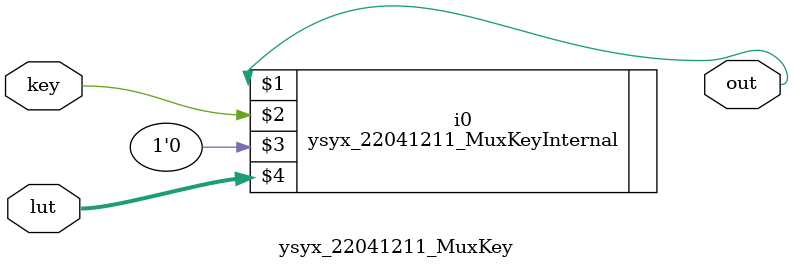
<source format=v>
/*************************************************************************
	> File Name: ysyx_22041211_MuxKey.v
	> Author: Chelsea
	> Mail: 1938166340@qq.com 
	> Created Time: 2023年08月04日 星期五 17时35分46秒
 ************************************************************************/

module ysyx_22041211_MuxKey#(parameter NR_KEY = 2, KEY_LEN = 1, DATA_LEN = 1) (
	output			[DATA_LEN - 1:0]	out	,
	input			[KEY_LEN - 1:0 ]	key ,
	input			[NR_KEY*(KEY_LEN + DATA_LEN) - 1:0] lut
);
	
	ysyx_22041211_MuxKeyInternal #(NR_KEY, KEY_LEN, DATA_LEN, 0) i0 (out, key, {DATA_LEN{1'b0}}, lut);
endmodule


</source>
